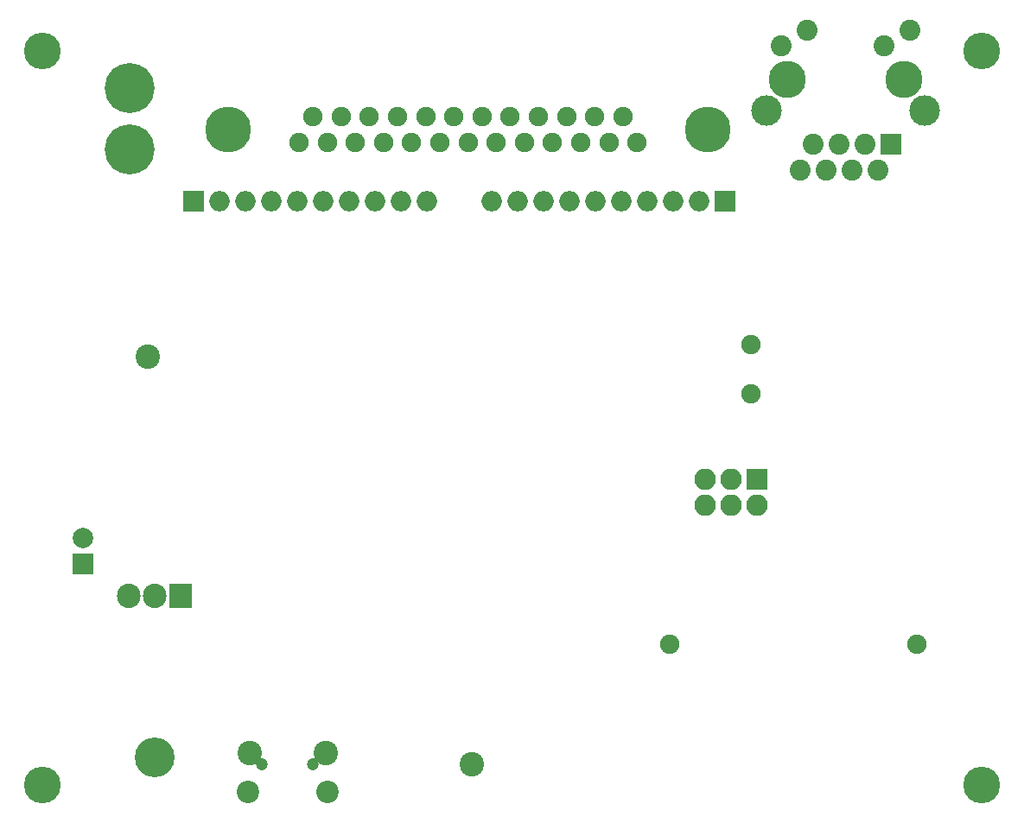
<source format=gbs>
G04 #@! TF.GenerationSoftware,KiCad,Pcbnew,(5.1.6)-1*
G04 #@! TF.CreationDate,2021-05-12T21:13:22-05:00*
G04 #@! TF.ProjectId,scuznet,7363757a-6e65-4742-9e6b-696361645f70,rev?*
G04 #@! TF.SameCoordinates,Original*
G04 #@! TF.FileFunction,Soldermask,Bot*
G04 #@! TF.FilePolarity,Negative*
%FSLAX46Y46*%
G04 Gerber Fmt 4.6, Leading zero omitted, Abs format (unit mm)*
G04 Created by KiCad (PCBNEW (5.1.6)-1) date 2021-05-12 21:13:22*
%MOMM*%
%LPD*%
G01*
G04 APERTURE LIST*
%ADD10C,4.500000*%
%ADD11C,1.900000*%
%ADD12C,4.900000*%
%ADD13O,2.100000X2.100000*%
%ADD14R,2.100000X2.100000*%
%ADD15O,3.900000X3.900000*%
%ADD16R,2.305000X2.400000*%
%ADD17O,2.305000X2.400000*%
%ADD18C,1.200000*%
%ADD19C,2.200000*%
%ADD20C,2.400000*%
%ADD21C,3.600000*%
%ADD22R,2.051000X2.051000*%
%ADD23C,2.051000*%
%ADD24C,3.000000*%
%ADD25C,3.650000*%
%ADD26O,2.000000X2.000000*%
%ADD27R,2.000000X2.000000*%
%ADD28C,2.000000*%
G04 APERTURE END LIST*
D10*
X129180000Y-71730000D03*
X82140000Y-71730000D03*
D11*
X120840000Y-70460000D03*
X118080000Y-70460000D03*
X115320000Y-70460000D03*
X112560000Y-70460000D03*
X109800000Y-70460000D03*
X107040000Y-70460000D03*
X104280000Y-70460000D03*
X101520000Y-70460000D03*
X98760000Y-70460000D03*
X96000000Y-70460000D03*
X93240000Y-70460000D03*
X90480000Y-70460000D03*
X122220000Y-73000000D03*
X119460000Y-73000000D03*
X116700000Y-73000000D03*
X113940000Y-73000000D03*
X111180000Y-73000000D03*
X108420000Y-73000000D03*
X105660000Y-73000000D03*
X102900000Y-73000000D03*
X100140000Y-73000000D03*
X97380000Y-73000000D03*
X94620000Y-73000000D03*
X91860000Y-73000000D03*
X89100000Y-73000000D03*
D12*
X72500000Y-73700000D03*
X72500000Y-67700000D03*
D13*
X128905000Y-108585000D03*
X128905000Y-106045000D03*
X131445000Y-108585000D03*
X131445000Y-106045000D03*
X133985000Y-108585000D03*
D14*
X133985000Y-106045000D03*
D15*
X74930000Y-133275000D03*
D16*
X77470000Y-117475000D03*
D17*
X74930000Y-117475000D03*
X72390000Y-117475000D03*
D18*
X90500000Y-133950000D03*
X85500000Y-133950000D03*
D19*
X91875000Y-136700000D03*
X84125000Y-136700000D03*
D20*
X91725000Y-132900000D03*
X84275000Y-132900000D03*
D11*
X149600000Y-122200000D03*
X125400000Y-122200000D03*
D21*
X156000000Y-136000000D03*
X64000000Y-136000000D03*
X64000000Y-64000000D03*
X156000000Y-64000000D03*
D22*
X147100000Y-73200000D03*
D23*
X145830000Y-75740000D03*
X144560000Y-73200000D03*
X143290000Y-75740000D03*
X142020000Y-73200000D03*
X140750000Y-75740000D03*
X139480000Y-73200000D03*
X138210000Y-75740000D03*
X136330000Y-63480000D03*
X138870000Y-61960000D03*
X146440000Y-63480000D03*
X148980000Y-61960000D03*
D24*
X150430000Y-69910000D03*
X134880000Y-69910000D03*
D25*
X148370000Y-66860000D03*
X136940000Y-66860000D03*
D11*
X133350000Y-97663000D03*
X133350000Y-92783000D03*
D20*
X74295000Y-93980000D03*
X106045000Y-133985000D03*
D26*
X107950000Y-78740000D03*
X110490000Y-78740000D03*
X113030000Y-78740000D03*
X115570000Y-78740000D03*
X118110000Y-78740000D03*
X120650000Y-78740000D03*
X123190000Y-78740000D03*
X125730000Y-78740000D03*
X128270000Y-78740000D03*
D27*
X130810000Y-78740000D03*
D26*
X101600000Y-78740000D03*
X99060000Y-78740000D03*
X96520000Y-78740000D03*
X93980000Y-78740000D03*
X91440000Y-78740000D03*
X88900000Y-78740000D03*
X86360000Y-78740000D03*
X83820000Y-78740000D03*
X81280000Y-78740000D03*
D27*
X78740000Y-78740000D03*
D28*
X67945000Y-111800000D03*
D27*
X67945000Y-114300000D03*
M02*

</source>
